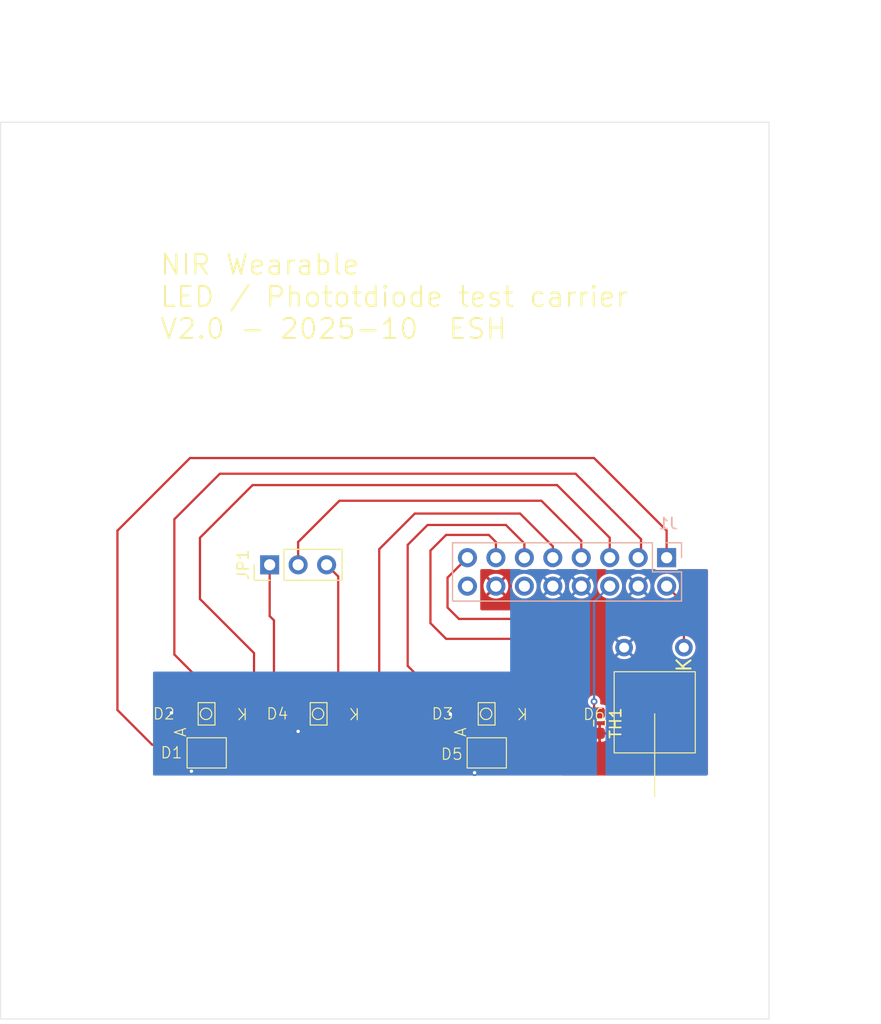
<source format=kicad_pcb>
(kicad_pcb (version 20241229) (generator "pcbnew") (generator_version "9.0")
  (layers (0 "F.Cu" signal) (2 "B.Cu" signal) (13 "F.Paste" user) (15 "B.Paste" user) (5 "F.SilkS" user "F.Silkscreen") (7 "B.SilkS" user "B.Silkscreen") (1 "F.Mask" user) (3 "B.Mask" user) (25 "Edge.Cuts" user))
  (net 0 "")
  (net 1 "/LED4")
  (net 2 "Net-(D1-A)")
  (net 3 "/LED1")
  (net 4 "/LED2")
  (net 5 "/LED7")
  (net 6 "Net-(D6-K)")
  (net 7 "Net-(D1-BK)")
  (net 8 "Net-(D4-K)")
  (net 9 "Net-(J1-Pin_6)")
  (net 10 "/LED8")
  (net 11 "/LED3")
  (net 13 "/LED6")
  (net 14 "/LED5")
  (net 16 "Net-(D6-A)")
  (footprint "my_LED:MTE9730" (layer "F.Cu") (at 215.3 108.67 180)
    (property "Reference" "D3" (at 5.687 0 0) (layer "F.SilkS") (effects (font (thickness 0.1))))
    (property "Value" "MTE9730CP")
    (fp_line (start 2.5 1) (end 1 1) (stroke (width 0.1)) (layer "F.SilkS"))
    (fp_line (start 2.5 -1) (end 2.5 1) (stroke (width 0.1)) (layer "F.SilkS"))
    (fp_line (start 1 1) (end 1 -1) (stroke (width 0.1)) (layer "F.SilkS"))
    (fp_line (start 1 -1) (end 2.5 -1) (stroke (width 0.1)) (layer "F.SilkS"))
    (fp_circle (center 1.8 0) (end 1.9 0.5) (stroke (width 0.1)) (fill no) (layer "F.SilkS"))
    (fp_text user "K" (at -2 0.6 180) (layer "F.SilkS") (effects (font (thickness 0.1)) (justify left bottom)))
    (pad "1" smd rect (at 0 0 180) (size 1.7 2) (layers "F.Cu" "F.Mask" "F.Paste") (net 13 "/LED6"))
    (pad "2" smd rect (at 3.5 0 180) (size 1.7 2) (layers "F.Cu" "F.Mask" "F.Paste") (net 2 "Net-(D1-A)"))
  )
  (footprint "my_LED:MTE9730" (layer "F.Cu") (at 200.3 108.67 180)
    (property "Reference" "D4" (at 5.433 0 0) (layer "F.SilkS") (effects (font (thickness 0.1))))
    (property "Value" "MTE9730CP")
    (fp_line (start 2.5 1) (end 1 1) (stroke (width 0.1)) (layer "F.SilkS"))
    (fp_line (start 2.5 -1) (end 2.5 1) (stroke (width 0.1)) (layer "F.SilkS"))
    (fp_line (start 1 1) (end 1 -1) (stroke (width 0.1)) (layer "F.SilkS"))
    (fp_line (start 1 -1) (end 2.5 -1) (stroke (width 0.1)) (layer "F.SilkS"))
    (fp_circle (center 1.8 0) (end 1.9 0.5) (stroke (width 0.1)) (fill no) (layer "F.SilkS"))
    (fp_text user "K" (at -2 0.6 180) (layer "F.SilkS") (effects (font (thickness 0.1)) (justify left bottom)))
    (pad "1" smd rect (at 0 0 180) (size 1.7 2) (layers "F.Cu" "F.Mask" "F.Paste") (net 8 "Net-(D4-K)"))
    (pad "2" smd rect (at 3.5 0 180) (size 1.7 2) (layers "F.Cu" "F.Mask" "F.Paste") (net 2 "Net-(D1-A)"))
  )
  (footprint "my_LED:Marubeni" (layer "F.Cu") (at 187.2 111.4255 90)
    (property "Reference" "D1" (at -0.7155 -1.78 0) (layer "F.SilkS") (effects (font (thickness 0.1))))
    (property "Value" "LED_GABR")
    (fp_rect (start -2.08 -0.39) (end 0.62 3.11) (stroke (width 0.1)) (fill no) (layer "F.SilkS"))
    (fp_text user "A" (at 0.62 -0.39 90) (layer "F.SilkS") (effects (font (thickness 0.1)) (justify left bottom)))
    (pad "1" smd rect (at 0 0 90) (size 0.75 1) (layers "F.Cu" "F.Mask" "F.Paste") (net 3 "/LED1"))
    (pad "2" smd rect (at -1.45 0 90) (size 0.75 1) (layers "F.Cu" "F.Mask" "F.Paste") (net 2 "Net-(D1-A)"))
    (pad "3" smd rect (at -1.45 2.7 90) (size 0.75 1) (layers "F.Cu" "F.Mask" "F.Paste") (net 7 "Net-(D1-BK)"))
    (pad "4" smd rect (at 0 2.7 90) (size 0.75 1) (layers "F.Cu" "F.Mask" "F.Paste") (net 11 "/LED3"))
  )
  (footprint "MountingHole:MountingHole_4.3mm_M4_DIN965" (layer "F.Cu") (at 175.26 130.81)
    (property "Reference" "H4" (hide yes))
    (property "Value" "MountingHole")
    (pad "" np_thru_hole circle (at 0 0) (size 4.3 4.3) (drill 4.3) (layers "*.Cu" "*.Mask"))
  )
  (footprint "MountingHole:MountingHole_4.3mm_M4_DIN965" (layer "F.Cu") (at 233.68 60.96)
    (property "Reference" "H2" (hide yes))
    (property "Value" "MountingHole")
    (pad "" np_thru_hole circle (at 0 0) (size 4.3 4.3) (drill 4.3) (layers "*.Cu" "*.Mask"))
  )
  (footprint "MountingHole:MountingHole_4.3mm_M4_DIN965" (layer "F.Cu") (at 233.68 130.81)
    (property "Reference" "H3" (hide yes))
    (property "Value" "MountingHole")
    (pad "" np_thru_hole circle (at 0 0) (size 4.3 4.3) (drill 4.3) (layers "*.Cu" "*.Mask"))
  )
  (footprint "my_LED:MTE9730" (layer "F.Cu") (at 190.3 108.67 180)
    (property "Reference" "D2" (at 5.56 0 0) (layer "F.SilkS") (effects (font (thickness 0.1))))
    (property "Value" "MTE9730CP")
    (fp_line (start 2.5 1) (end 1 1) (stroke (width 0.1)) (layer "F.SilkS"))
    (fp_line (start 2.5 -1) (end 2.5 1) (stroke (width 0.1)) (layer "F.SilkS"))
    (fp_line (start 1 1) (end 1 -1) (stroke (width 0.1)) (layer "F.SilkS"))
    (fp_line (start 1 -1) (end 2.5 -1) (stroke (width 0.1)) (layer "F.SilkS"))
    (fp_circle (center 1.8 0) (end 1.9 0.5) (stroke (width 0.1)) (fill no) (layer "F.SilkS"))
    (fp_text user "K" (at -2 0.6 180) (layer "F.SilkS") (effects (font (thickness 0.1)) (justify left bottom)))
    (pad "1" smd rect (at 0 0 180) (size 1.7 2) (layers "F.Cu" "F.Mask" "F.Paste") (net 4 "/LED2"))
    (pad "2" smd rect (at 3.5 0 180) (size 1.7 2) (layers "F.Cu" "F.Mask" "F.Paste") (net 2 "Net-(D1-A)"))
  )
  (footprint "Connector_PinHeader_2.54mm:PinHeader_1x03_P2.54mm_Vertical" (layer "F.Cu") (at 194.183 95.377 90)
    (property "Reference" "JP1" (at 0 -2.38 90) (layer "F.SilkS"))
    (property "Value" "Jumper_3_Bridged12")
    (fp_line (start -1.38 -1.38) (end 0 -1.38) (stroke (width 0.12)) (layer "F.SilkS"))
    (fp_line (start -1.38 0) (end -1.38 -1.38) (stroke (width 0.12)) (layer "F.SilkS"))
    (fp_line (start 1.38 1.27) (end 1.38 6.46) (stroke (width 0.12)) (layer "F.SilkS"))
    (fp_line (start -1.38 1.27) (end 1.38 1.27) (stroke (width 0.12)) (layer "F.SilkS"))
    (fp_line (start -1.38 1.27) (end -1.38 6.46) (stroke (width 0.12)) (layer "F.SilkS"))
    (fp_line (start -1.38 6.46) (end 1.38 6.46) (stroke (width 0.12)) (layer "F.SilkS"))
    (pad "1" thru_hole rect (at 0 0 90) (size 1.7 1.7) (drill 1) (layers "*.Cu" "*.Mask") (net 7 "Net-(D1-BK)"))
    (pad "2" thru_hole circle (at 0 2.54 90) (size 1.7 1.7) (drill 1) (layers "*.Cu" "*.Mask") (net 1 "/LED4"))
    (pad "3" thru_hole circle (at 0 5.08 90) (size 1.7 1.7) (drill 1) (layers "*.Cu" "*.Mask") (net 8 "Net-(D4-K)"))
  )
  (footprint "my_Photodide:PDB-C609-2" (layer "F.Cu") (at 232.1705 112.1555 90)
    (property "Reference" "D6" (at 3.4435 -9.0315 0) (layer "F.SilkS") (effects (font (thickness 0.1))))
    (property "Value" "PDB-C609-2")
    (fp_rect (start 0 -7.239) (end 7.239 0) (stroke (width 0.1)) (fill no) (layer "F.SilkS"))
    (fp_text user "K" (at 7.112 -0.254 90) (layer "F.SilkS") (effects (font (size 1.27 1.27) (thickness 0.1778)) (justify left bottom)))
    (pad "1" thru_hole circle (at 9.398 -1.016 90) (size 1.5748 1.5748) (drill 0.889) (layers "*.Cu" "*.Mask") (net 6 "Net-(D6-K)"))
    (pad "2" thru_hole circle (at 9.398 -6.35 90) (size 1.5748 1.5748) (drill 0.889) (layers "*.Cu" "*.Mask") (net 16 "Net-(D6-A)"))
  )
  (footprint "MountingHole:MountingHole_4.3mm_M4_DIN965" (layer "F.Cu") (at 175.26 60.96)
    (property "Reference" "H1" (hide yes))
    (property "Value" "MountingHole")
    (pad "" np_thru_hole circle (at 0 0) (size 4.3 4.3) (drill 4.3) (layers "*.Cu" "*.Mask"))
  )
  (footprint "my_LED:Marubeni" (layer "F.Cu") (at 212.2 111.4255 90)
    (property "Reference" "D5" (at -0.8425 -1.761 0) (layer "F.SilkS") (effects (font (thickness 0.1))))
    (property "Value" "LED_GABR")
    (fp_rect (start -2.08 -0.39) (end 0.62 3.11) (stroke (width 0.1)) (fill no) (layer "F.SilkS"))
    (fp_text user "A" (at 0.62 -0.39 90) (layer "F.SilkS") (effects (font (thickness 0.1)) (justify left bottom)))
    (pad "1" smd rect (at 0 0 90) (size 0.75 1) (layers "F.Cu" "F.Mask" "F.Paste") (net 14 "/LED5"))
    (pad "2" smd rect (at -1.45 0 90) (size 0.75 1) (layers "F.Cu" "F.Mask" "F.Paste") (net 2 "Net-(D1-A)"))
    (pad "3" smd rect (at -1.45 2.7 90) (size 0.75 1) (layers "F.Cu" "F.Mask" "F.Paste") (net 10 "/LED8"))
    (pad "4" smd rect (at 0 2.7 90) (size 0.75 1) (layers "F.Cu" "F.Mask" "F.Paste") (net 5 "/LED7"))
  )
  (footprint "Resistor_SMD:R_0603_1608Metric_Pad0.98x0.95mm_HandSolder" (layer "F.Cu") (at 223.63 109.5 -90)
    (property "Reference" "TH1" (at 0 -1.43 90) (layer "F.SilkS"))
    (property "Value" "Thermistor")
    (fp_line (start -0.254724 0.5225) (end 0.254724 0.5225) (stroke (width 0.12)) (layer "F.SilkS"))
    (fp_line (start -0.254724 -0.5225) (end 0.254724 -0.5225) (stroke (width 0.12)) (layer "F.SilkS"))
    (pad "1" smd roundrect (at -0.9125 0 270) (size 0.975 0.95) (layers "F.Cu" "F.Mask" "F.Paste") (net 9 "Net-(J1-Pin_6)"))
    (pad "2" smd roundrect (at 0.9125 0 270) (size 0.975 0.95) (layers "F.Cu" "F.Mask" "F.Paste") (net 16 "Net-(D6-A)"))
  )
  (footprint "Connector_PinSocket_2.54mm:PinSocket_2x08_P2.54mm_Vertical" (layer "B.Cu") (at 229.616 94.742 90)
    (property "Reference" "J1" (at 3.048 0.127 0) (layer "B.SilkS") (effects (justify mirror)))
    (property "Value" "Conn_02x08_Odd_Even")
    (fp_line (start -3.87 -19.11) (end 1.33 -19.11) (stroke (width 0.12)) (layer "B.SilkS"))
    (fp_line (start 1.33 -1.27) (end 1.33 -19.11) (stroke (width 0.12)) (layer "B.SilkS"))
    (fp_line (start -1.27 -1.27) (end 1.33 -1.27) (stroke (width 0.12)) (layer "B.SilkS"))
    (fp_line (start 1.33 1.33) (end 1.33 0) (stroke (width 0.12)) (layer "B.SilkS"))
    (fp_line (start 0 1.33) (end 1.33 1.33) (stroke (width 0.12)) (layer "B.SilkS"))
    (fp_line (start -1.27 1.33) (end -1.27 -1.27) (stroke (width 0.12)) (layer "B.SilkS"))
    (fp_line (start -3.87 1.33) (end -3.87 -19.11) (stroke (width 0.12)) (layer "B.SilkS"))
    (fp_line (start -3.87 1.33) (end -1.27 1.33) (stroke (width 0.12)) (layer "B.SilkS"))
    (pad "1" thru_hole rect (at 0 0 90) (size 1.7 1.7) (drill 1) (layers "*.Cu" "*.Mask") (net 3 "/LED1"))
    (pad "2" thru_hole circle (at -2.54 0 90) (size 1.7 1.7) (drill 1) (layers "*.Cu" "*.Mask") (net 6 "Net-(D6-K)"))
    (pad "3" thru_hole circle (at 0 -2.54 90) (size 1.7 1.7) (drill 1) (layers "*.Cu" "*.Mask") (net 4 "/LED2"))
    (pad "4" thru_hole circle (at -2.54 -2.54 90) (size 1.7 1.7) (drill 1) (layers "*.Cu" "*.Mask") (net 16 "Net-(D6-A)"))
    (pad "5" thru_hole circle (at 0 -5.08 90) (size 1.7 1.7) (drill 1) (layers "*.Cu" "*.Mask") (net 11 "/LED3"))
    (pad "6" thru_hole circle (at -2.54 -5.08 90) (size 1.7 1.7) (drill 1) (layers "*.Cu" "*.Mask") (net 9 "Net-(J1-Pin_6)"))
    (pad "7" thru_hole circle (at 0 -7.62 90) (size 1.7 1.7) (drill 1) (layers "*.Cu" "*.Mask") (net 1 "/LED4"))
    (pad "8" thru_hole circle (at -2.54 -7.62 90) (size 1.7 1.7) (drill 1) (layers "*.Cu" "*.Mask") (net 2 "Net-(D1-A)"))
    (pad "9" thru_hole circle (at 0 -10.16 90) (size 1.7 1.7) (drill 1) (layers "*.Cu" "*.Mask") (net 14 "/LED5"))
    (pad "10" thru_hole circle (at -2.54 -10.16 90) (size 1.7 1.7) (drill 1) (layers "*.Cu" "*.Mask") (net 2 "Net-(D1-A)"))
    (pad "11" thru_hole circle (at 0 -12.7 90) (size 1.7 1.7) (drill 1) (layers "*.Cu" "*.Mask") (net 13 "/LED6"))
    (pad "12" thru_hole circle (at -2.54 -12.7 90) (size 1.7 1.7) (drill 1) (layers "*.Cu" "*.Mask"))
    (pad "13" thru_hole circle (at 0 -15.24 90) (size 1.7 1.7) (drill 1) (layers "*.Cu" "*.Mask") (net 5 "/LED7"))
    (pad "14" thru_hole circle (at -2.54 -15.24 90) (size 1.7 1.7) (drill 1) (layers "*.Cu" "*.Mask") (net 16 "Net-(D6-A)"))
    (pad "15" thru_hole circle (at 0 -17.78 90) (size 1.7 1.7) (drill 1) (layers "*.Cu" "*.Mask") (net 10 "/LED8"))
    (pad "16" thru_hole circle (at -2.54 -17.78 90) (size 1.7 1.7) (drill 1) (layers "*.Cu" "*.Mask"))
  )
  (gr_line (start 228.55 108.67) (end 228.55 116.04) (stroke (width 0.1)) (layer "F.SilkS"))
  (gr_rect (start 170.176 55.887) (end 238.756 135.897) (stroke (width 0.05)) (fill no) (layer "Edge.Cuts"))
  (gr_text "NIR Wearable\nLED / Phototdiode test carrier\nV2.0 - 2025-10  ESH" (at 184.3024 75.3618 0) (layer "F.SilkS") (effects (font (size 1.778 1.778) (thickness 0.1778)) (justify left bottom)))
  (segment (start 196.723 95.377) (end 196.723 93.345) (width 0.2) (layer "F.Cu") (net 1))
  (segment (start 200.406 89.662) (end 218.44 89.662) (width 0.2) (layer "F.Cu") (net 1))
  (segment (start 221.996 93.218) (end 221.996 94.742) (width 0.2) (layer "F.Cu") (net 1))
  (segment (start 218.44 89.662) (end 221.996 93.218) (width 0.2) (layer "F.Cu") (net 1))
  (segment (start 196.723 93.345) (end 200.406 89.662) (width 0.2) (layer "F.Cu") (net 1))
  (segment (start 212.2 112.8755) (end 212.2 113.648) (width 0.381) (layer "F.Cu") (net 2))
  (segment (start 210.354 108.67) (end 210.312 108.712) (width 0.381) (layer "F.Cu") (net 2))
  (segment (start 212.2 113.648) (end 212.471 113.919) (width 0.381) (layer "F.Cu") (net 2))
  (segment (start 186.8 108.67) (end 185.505 108.67) (width 0.381) (layer "F.Cu") (net 2))
  (segment (start 187.2 112.8755) (end 187.2 113.79) (width 0.381) (layer "F.Cu") (net 2))
  (segment (start 196.8 108.67) (end 196.8 110.159) (width 0.381) (layer "F.Cu") (net 2))
  (segment (start 187.198 113.792) (end 187.2 113.79) (width 0.381) (layer "F.Cu") (net 2))
  (segment (start 185.505 108.67) (end 185.42 108.585) (width 0.381) (layer "F.Cu") (net 2))
  (segment (start 211.8 108.67) (end 210.354 108.67) (width 0.381) (layer "F.Cu") (net 2))
  (segment (start 196.8 110.159) (end 196.723 110.236) (width 0.381) (layer "F.Cu") (net 2))
  (via (at 210.312 108.712) (size 0.6) (drill 0.3) (layers "F.Cu" "B.Cu") (net 2))
  (via (at 212.471 113.919) (size 0.6) (drill 0.3) (layers "F.Cu" "B.Cu") (net 2))
  (via (at 185.42 108.585) (size 0.6) (drill 0.3) (layers "F.Cu" "B.Cu") (net 2))
  (via (at 187.2 113.79) (size 0.6) (drill 0.3) (layers "F.Cu" "B.Cu") (net 2))
  (via (at 196.723 110.236) (size 0.6) (drill 0.3) (layers "F.Cu" "B.Cu") (net 2))
  (segment (start 229.616 92.329) (end 229.616 94.742) (width 0.2) (layer "F.Cu") (net 3))
  (segment (start 180.594 92.329) (end 187.071 85.852) (width 0.2) (layer "F.Cu") (net 3))
  (segment (start 187.2 111.4255) (end 183.6885 111.4255) (width 0.2) (layer "F.Cu") (net 3))
  (segment (start 183.6885 111.4255) (end 180.594 108.331) (width 0.2) (layer "F.Cu") (net 3))
  (segment (start 180.594 108.331) (end 180.594 92.329) (width 0.2) (layer "F.Cu") (net 3))
  (segment (start 223.139 85.852) (end 229.616 92.329) (width 0.2) (layer "F.Cu") (net 3))
  (segment (start 187.071 85.852) (end 223.139 85.852) (width 0.2) (layer "F.Cu") (net 3))
  (segment (start 221.488 87.249) (end 227.33 93.091) (width 0.2) (layer "F.Cu") (net 4))
  (segment (start 190.3 108.67) (end 190.3 108.004) (width 0.2) (layer "F.Cu") (net 4))
  (segment (start 190.3 108.004) (end 185.674 103.378) (width 0.2) (layer "F.Cu") (net 4))
  (segment (start 227.33 93.091) (end 227.33 94.488) (width 0.2) (layer "F.Cu") (net 4))
  (segment (start 185.674 91.313) (end 189.738 87.249) (width 0.2) (layer "F.Cu") (net 4))
  (segment (start 189.738 87.249) (end 221.488 87.249) (width 0.2) (layer "F.Cu") (net 4))
  (segment (start 227.33 94.488) (end 227.076 94.742) (width 0.2) (layer "F.Cu") (net 4))
  (segment (start 185.674 103.378) (end 185.674 91.313) (width 0.2) (layer "F.Cu") (net 4))
  (segment (start 208.534 94.107) (end 208.534 100.584) (width 0.2) (layer "F.Cu") (net 5))
  (segment (start 216.1075 111.4255) (end 214.9 111.4255) (width 0.2) (layer "F.Cu") (net 5))
  (segment (start 209.931 92.71) (end 208.534 94.107) (width 0.2) (layer "F.Cu") (net 5))
  (segment (start 214.376 94.742) (end 214.376 93.345) (width 0.2) (layer "F.Cu") (net 5))
  (segment (start 214.376 93.345) (end 213.741 92.71) (width 0.2) (layer "F.Cu") (net 5))
  (segment (start 217.043 101.981) (end 217.678 102.616) (width 0.2) (layer "F.Cu") (net 5))
  (segment (start 217.678 102.616) (end 217.678 109.855) (width 0.2) (layer "F.Cu") (net 5))
  (segment (start 217.678 109.855) (end 216.1075 111.4255) (width 0.2) (layer "F.Cu") (net 5))
  (segment (start 213.741 92.71) (end 209.931 92.71) (width 0.2) (layer "F.Cu") (net 5))
  (segment (start 208.534 100.584) (end 209.931 101.981) (width 0.2) (layer "F.Cu") (net 5))
  (segment (start 209.931 101.981) (end 217.043 101.981) (width 0.2) (layer "F.Cu") (net 5))
  (segment (start 229.616 97.282) (end 231.1545 98.8205) (width 0.2) (layer "F.Cu") (net 6))
  (segment (start 231.1545 98.8205) (end 231.1545 102.7575) (width 0.2) (layer "F.Cu") (net 6))
  (segment (start 192.0515 112.8755) (end 194.564 110.363) (width 0.2) (layer "F.Cu") (net 7))
  (segment (start 194.183 99.949) (end 194.183 95.377) (width 0.2) (layer "F.Cu") (net 7))
  (segment (start 194.564 100.33) (end 194.183 99.949) (width 0.2) (layer "F.Cu") (net 7))
  (segment (start 189.9 112.8755) (end 192.0515 112.8755) (width 0.2) (layer "F.Cu") (net 7))
  (segment (start 194.564 110.363) (end 194.564 100.33) (width 0.2) (layer "F.Cu") (net 7))
  (segment (start 200.3 96.414) (end 199.263 95.377) (width 0.2) (layer "F.Cu") (net 8))
  (segment (start 200.3 108.67) (end 200.3 96.414) (width 0.2) (layer "F.Cu") (net 8))
  (segment (start 223.139 107.569) (end 223.139 108.0965) (width 0.2) (layer "F.Cu") (net 9))
  (segment (start 223.139 108.0965) (end 223.63 108.5875) (width 0.2) (layer "F.Cu") (net 9))
  (via (at 223.139 107.569) (size 0.6) (drill 0.3) (layers "F.Cu" "B.Cu") (net 9))
  (segment (start 224.536 97.282) (end 223.139 98.679) (width 0.2) (layer "B.Cu") (net 9))
  (segment (start 223.139 98.679) (end 223.139 107.569) (width 0.2) (layer "B.Cu") (net 9))
  (segment (start 217.424 100.203) (end 218.694 101.473) (width 0.2) (layer "F.Cu") (net 10))
  (segment (start 218.694 101.473) (end 218.694 111.252) (width 0.2) (layer "F.Cu") (net 10))
  (segment (start 210.058 99.187) (end 211.074 100.203) (width 0.2) (layer "F.Cu") (net 10))
  (segment (start 210.058 96.52) (end 210.058 99.187) (width 0.2) (layer "F.Cu") (net 10))
  (segment (start 211.074 100.203) (end 217.424 100.203) (width 0.2) (layer "F.Cu") (net 10))
  (segment (start 218.694 111.252) (end 217.0705 112.8755) (width 0.2) (layer "F.Cu") (net 10))
  (segment (start 217.0705 112.8755) (end 214.9 112.8755) (width 0.2) (layer "F.Cu") (net 10))
  (segment (start 211.836 94.742) (end 210.058 96.52) (width 0.2) (layer "F.Cu") (net 10))
  (segment (start 192.786 109.982) (end 192.786 103.251) (width 0.2) (layer "F.Cu") (net 11))
  (segment (start 224.536 92.964) (end 224.536 94.742) (width 0.2) (layer "F.Cu") (net 11))
  (segment (start 189.9 111.4255) (end 191.3425 111.4255) (width 0.2) (layer "F.Cu") (net 11))
  (segment (start 219.837 88.265) (end 224.536 92.964) (width 0.2) (layer "F.Cu") (net 11))
  (segment (start 192.659 88.265) (end 219.837 88.265) (width 0.2) (layer "F.Cu") (net 11))
  (segment (start 187.96 92.964) (end 192.659 88.265) (width 0.2) (layer "F.Cu") (net 11))
  (segment (start 192.786 103.251) (end 187.96 98.425) (width 0.2) (layer "F.Cu") (net 11))
  (segment (start 187.96 98.425) (end 187.96 92.964) (width 0.2) (layer "F.Cu") (net 11))
  (segment (start 191.3425 111.4255) (end 192.786 109.982) (width 0.2) (layer "F.Cu") (net 11))
  (segment (start 209.042 106.934) (end 206.502 104.394) (width 0.2) (layer "F.Cu") (net 13))
  (segment (start 215.3 108.67) (end 213.564 106.934) (width 0.2) (layer "F.Cu") (net 13))
  (segment (start 213.564 106.934) (end 209.042 106.934) (width 0.2) (layer "F.Cu") (net 13))
  (segment (start 215.265 91.821) (end 216.916 93.472) (width 0.2) (layer "F.Cu") (net 13))
  (segment (start 208.28 91.821) (end 215.265 91.821) (width 0.2) (layer "F.Cu") (net 13))
  (segment (start 216.916 93.472) (end 216.916 94.742) (width 0.2) (layer "F.Cu") (net 13))
  (segment (start 206.502 93.599) (end 208.28 91.821) (width 0.2) (layer "F.Cu") (net 13))
  (segment (start 206.502 104.394) (end 206.502 93.599) (width 0.2) (layer "F.Cu") (net 13))
  (segment (start 203.962 93.98) (end 207.137 90.805) (width 0.2) (layer "F.Cu") (net 14))
  (segment (start 216.535 90.805) (end 219.456 93.726) (width 0.2) (layer "F.Cu") (net 14))
  (segment (start 212.2 111.4255) (end 207.3105 111.4255) (width 0.2) (layer "F.Cu") (net 14))
  (segment (start 207.137 90.805) (end 216.535 90.805) (width 0.2) (layer "F.Cu") (net 14))
  (segment (start 219.456 93.726) (end 219.456 94.742) (width 0.2) (layer "F.Cu") (net 14))
  (segment (start 203.962 108.077) (end 203.962 93.98) (width 0.2) (layer "F.Cu") (net 14))
  (segment (start 207.3105 111.4255) (end 203.962 108.077) (width 0.2) (layer "F.Cu") (net 14))
  (zone (net 16) (net_name "Net-(D6-A)") (layer "F.Cu") (connect_pads (clearance 0.254)) (min_thickness 0.254) (fill yes (thermal_gap 0.254) (thermal_bridge_width 0.254))
    (polygon (pts (xy 220.218 114.173) (xy 220.218 99.441) (xy 212.979 99.441) (xy 212.979 95.758) (xy 233.299 95.758) (xy 233.299 114.173)))
  )
  (zone (net 2) (net_name "Net-(D1-A)") (layer "B.Cu") (priority 1) (connect_pads (clearance 0.254)) (min_thickness 0.1778) (fill yes (thermal_gap 0.254) (thermal_bridge_width 0.254))
    (polygon (pts (xy 223.393 95.758) (xy 215.646 95.758) (xy 215.646 104.902) (xy 183.769 104.902) (xy 183.769 114.173) (xy 223.393 114.173)))
  )
  (zone (net 16) (net_name "Net-(D6-A)") (layer "B.Cu") (priority 2) (connect_pads (clearance 0.254)) (min_thickness 0.254) (fill yes (thermal_gap 0.254) (thermal_bridge_width 0.254))
    (polygon (pts (xy 224.155 114.173) (xy 224.155 95.758) (xy 233.299 95.758) (xy 233.299 114.173)))
  )
)
</source>
